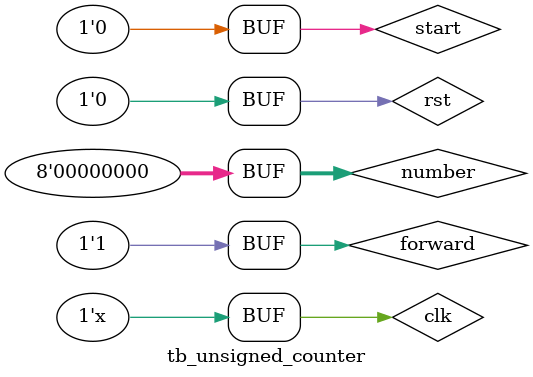
<source format=sv>
`timescale 1ns / 1ps

module tb_unsigned_counter();

    logic clk,rst,start,forward;
    logic [7:0] number;

    initial begin
        clk = 1'b0;
        rst = 1'b0;
        start = 1'b0;
        forward = 1'b0;
        number[7:0] = 8'b0;
    end

    always 
        #1 clk = ~ clk;

    always begin
        #1
        #4  start   = 1'b0;
            forward = 1'b1;
        #4  start   = 1'b1;
        #8 start   = 1'b0;
        #4  start   = 1'b1;
        #4  rst     = 1'b1;
        #2  rst     = 1'b0;
        #4  forward = 1'b0;
        #8 start   = 1'b0;
        #4  rst     = 1'b1;
        #2  rst     = 1'b0;
        #4  start   = 1'b1;
            forward = 1'b1;
        #8 forward = 1'b0;
        #8 forward = 1'b1;
        #8 start   = 1'b0;
        #4  rst     = 1'b1;
        #2  rst     = 1'b0;
    end

    unsigned_counter #(.BITS(8)) counter_test (
        .clk(clk),
        .rst(rst),
        .start(start), //1 to start, 0 to stop
        .forward(forward), //1 to cout forward, 0 to count backwards
        .number(number[7:0])
    );

endmodule
</source>
